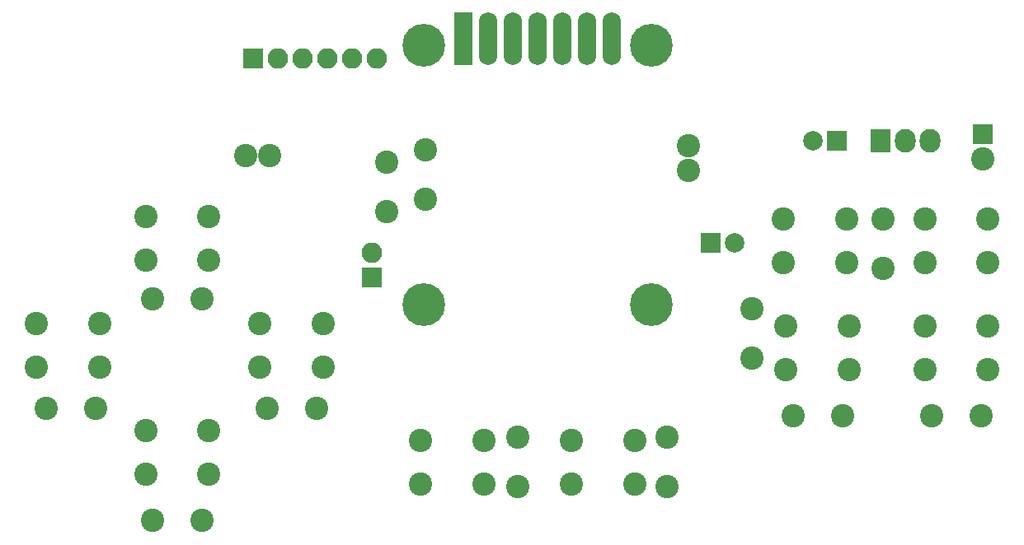
<source format=gbs>
G04 #@! TF.GenerationSoftware,KiCad,Pcbnew,5.0.0-rc2-dev-unknown-r12507-fb882633*
G04 #@! TF.CreationDate,2018-03-27T10:23:12-04:00*
G04 #@! TF.ProjectId,Gamegame,47616D6567616D652E6B696361645F70,rev?*
G04 #@! TF.SameCoordinates,Original*
G04 #@! TF.FileFunction,Soldermask,Bot*
G04 #@! TF.FilePolarity,Negative*
%FSLAX46Y46*%
G04 Gerber Fmt 4.6, Leading zero omitted, Abs format (unit mm)*
G04 Created by KiCad (PCBNEW 5.0.0-rc2-dev-unknown-r12507-fb882633) date Tue Mar 27 10:23:12 2018*
%MOMM*%
%LPD*%
G01*
G04 APERTURE LIST*
%ADD10C,2.000000*%
%ADD11R,2.000000X2.000000*%
%ADD12C,2.400000*%
%ADD13R,2.100000X2.100000*%
%ADD14O,2.100000X2.100000*%
%ADD15C,4.400000*%
%ADD16O,1.900000X5.400000*%
%ADD17R,1.900000X5.400000*%
%ADD18R,2.130000X2.430000*%
%ADD19O,2.130000X2.430000*%
G04 APERTURE END LIST*
D10*
X151250000Y-48000000D03*
D11*
X148750000Y-48000000D03*
D10*
X159250000Y-37500000D03*
D11*
X161750000Y-37500000D03*
D12*
X146500000Y-38000000D03*
X146500000Y-40500000D03*
X101000000Y-39000000D03*
X103500000Y-39000000D03*
D13*
X101750000Y-29000000D03*
D14*
X104290000Y-29000000D03*
X106830000Y-29000000D03*
X109370000Y-29000000D03*
X111910000Y-29000000D03*
X114450000Y-29000000D03*
D15*
X142650000Y-27650000D03*
X119350000Y-27650000D03*
X142650000Y-54350000D03*
X119350000Y-54350000D03*
D16*
X138620000Y-27000000D03*
X136080000Y-27000000D03*
X133540000Y-27000000D03*
X131000000Y-27000000D03*
X128460000Y-27000000D03*
X125920000Y-27000000D03*
D17*
X123380000Y-27000000D03*
D12*
X90750000Y-49750000D03*
X90750000Y-45250000D03*
X97250000Y-49750000D03*
X97250000Y-45250000D03*
X97250000Y-67250000D03*
X97250000Y-71750000D03*
X90750000Y-67250000D03*
X90750000Y-71750000D03*
X79500000Y-60750000D03*
X79500000Y-56250000D03*
X86000000Y-60750000D03*
X86000000Y-56250000D03*
X109000000Y-56250000D03*
X109000000Y-60750000D03*
X102500000Y-56250000D03*
X102500000Y-60750000D03*
X163000000Y-56500000D03*
X163000000Y-61000000D03*
X156500000Y-56500000D03*
X156500000Y-61000000D03*
X170750000Y-61000000D03*
X170750000Y-56500000D03*
X177250000Y-61000000D03*
X177250000Y-56500000D03*
X125500000Y-68250000D03*
X125500000Y-72750000D03*
X119000000Y-68250000D03*
X119000000Y-72750000D03*
X134500000Y-72750000D03*
X134500000Y-68250000D03*
X141000000Y-72750000D03*
X141000000Y-68250000D03*
X156250000Y-50000000D03*
X156250000Y-45500000D03*
X162750000Y-50000000D03*
X162750000Y-45500000D03*
X177250000Y-45500000D03*
X177250000Y-50000000D03*
X170750000Y-45500000D03*
X170750000Y-50000000D03*
D18*
X166250000Y-37500000D03*
D19*
X168790000Y-37500000D03*
X171330000Y-37500000D03*
D12*
X91500000Y-53750000D03*
X96580000Y-53750000D03*
X96580000Y-76500000D03*
X91500000Y-76500000D03*
X80500000Y-65000000D03*
X85580000Y-65000000D03*
X108330000Y-65000000D03*
X103250000Y-65000000D03*
X157250000Y-65750000D03*
X162330000Y-65750000D03*
X176580000Y-65750000D03*
X171500000Y-65750000D03*
X129000000Y-73000000D03*
X129000000Y-67920000D03*
X144250000Y-73000000D03*
X144250000Y-67920000D03*
X153000000Y-59830000D03*
X153000000Y-54750000D03*
X166500000Y-45500000D03*
X166500000Y-50580000D03*
X119500000Y-38420000D03*
X119500000Y-43500000D03*
X115500000Y-44750000D03*
X115500000Y-39670000D03*
D13*
X176750000Y-36750000D03*
D12*
X176750000Y-39290000D03*
D13*
X114000000Y-51500000D03*
D14*
X114000000Y-48960000D03*
M02*

</source>
